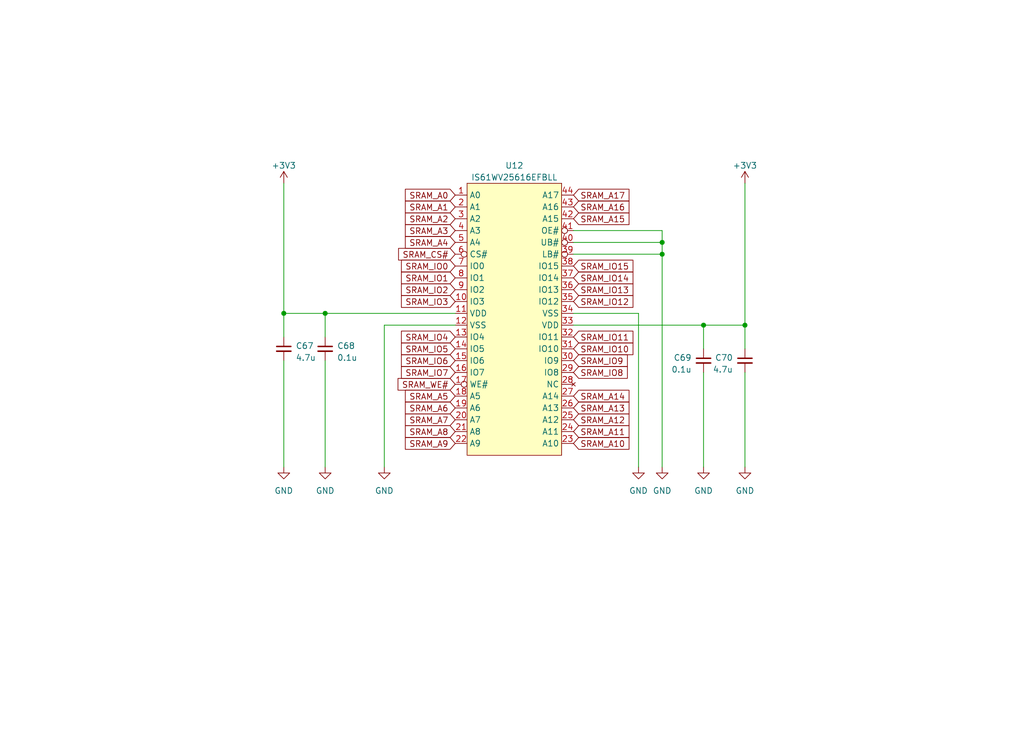
<source format=kicad_sch>
(kicad_sch (version 20210621) (generator eeschema)
  (paper "User" 219.989 159.995)
  (lib_symbols
    (symbol "Device:C_Small" (pin_numbers hide) (pin_names (offset 0.254) hide)
      (property "Reference" "C" (at 0.254 1.778 0))
      (property "Value" "C_Small" (at 0.254 -2.032 0))
      (symbol "C_Small_0_1"
        (polyline (pts (xy -1.524 -0.508) (xy 1.524 -0.508)) (stroke (width 0.3302)))
        (polyline (pts (xy -1.524 0.508) (xy 1.524 0.508)) (stroke (width 0.3048)))
      )
      (symbol "C_Small_1_1"
        (pin passive line (at 0 2.54 270) (length 2.032) (name "~") (number "1"))
        (pin passive line (at 0 -2.54 90) (length 2.032) (name "~") (number "2"))
      )
    )
    (symbol "is61wv25616efbll:IS61WV25616EFBLL"
      (property "Reference" "U" (at 0 33.02 0))
      (property "Value" "IS61WV25616EFBLL" (at 0 33.02 0))
      (symbol "IS61WV25616EFBLL_0_1"
        (rectangle (start -10.16 27.94) (end 10.16 -30.48) (stroke (width 0.1524)) (fill (type background)))
      )
      (symbol "IS61WV25616EFBLL_1_1"
        (pin input line (at -12.7 25.4 0) (length 2.54) (name "A0") (number "1"))
        (pin bidirectional line (at -12.7 2.54 0) (length 2.54) (name "IO3") (number "10"))
        (pin power_in line (at -12.7 0 0) (length 2.54) (name "VDD") (number "11"))
        (pin power_in line (at -12.7 -2.54 0) (length 2.54) (name "VSS") (number "12"))
        (pin bidirectional line (at -12.7 -5.08 0) (length 2.54) (name "IO4") (number "13"))
        (pin bidirectional line (at -12.7 -7.62 0) (length 2.54) (name "IO5") (number "14"))
        (pin bidirectional line (at -12.7 -10.16 0) (length 2.54) (name "IO6") (number "15"))
        (pin bidirectional line (at -12.7 -12.7 0) (length 2.54) (name "IO7") (number "16"))
        (pin input inverted (at -12.7 -15.24 0) (length 2.54) (name "WE#") (number "17"))
        (pin input line (at -12.7 -17.78 0) (length 2.54) (name "A5") (number "18"))
        (pin input line (at -12.7 -20.32 0) (length 2.54) (name "A6") (number "19"))
        (pin input line (at -12.7 22.86 0) (length 2.54) (name "A1") (number "2"))
        (pin input line (at -12.7 -22.86 0) (length 2.54) (name "A7") (number "20"))
        (pin input line (at -12.7 -25.4 0) (length 2.54) (name "A8") (number "21"))
        (pin input line (at -12.7 -27.94 0) (length 2.54) (name "A9") (number "22"))
        (pin input line (at 12.7 -27.94 180) (length 2.54) (name "A10") (number "23"))
        (pin input line (at 12.7 -25.4 180) (length 2.54) (name "A11") (number "24"))
        (pin input line (at 12.7 -22.86 180) (length 2.54) (name "A12") (number "25"))
        (pin input line (at 12.7 -20.32 180) (length 2.54) (name "A13") (number "26"))
        (pin input line (at 12.7 -17.78 180) (length 2.54) (name "A14") (number "27"))
        (pin no_connect line (at 12.7 -15.24 180) (length 2.54) (name "NC") (number "28"))
        (pin bidirectional line (at 12.7 -12.7 180) (length 2.54) (name "IO8") (number "29"))
        (pin input line (at -12.7 20.32 0) (length 2.54) (name "A2") (number "3"))
        (pin bidirectional line (at 12.7 -10.16 180) (length 2.54) (name "IO9") (number "30"))
        (pin bidirectional line (at 12.7 -7.62 180) (length 2.54) (name "IO10") (number "31"))
        (pin bidirectional line (at 12.7 -5.08 180) (length 2.54) (name "IO11") (number "32"))
        (pin power_in line (at 12.7 -2.54 180) (length 2.54) (name "VDD") (number "33"))
        (pin power_in line (at 12.7 0 180) (length 2.54) (name "VSS") (number "34"))
        (pin bidirectional line (at 12.7 2.54 180) (length 2.54) (name "IO12") (number "35"))
        (pin bidirectional line (at 12.7 5.08 180) (length 2.54) (name "IO13") (number "36"))
        (pin bidirectional line (at 12.7 7.62 180) (length 2.54) (name "IO14") (number "37"))
        (pin bidirectional line (at 12.7 10.16 180) (length 2.54) (name "IO15") (number "38"))
        (pin input inverted (at 12.7 12.7 180) (length 2.54) (name "LB#") (number "39"))
        (pin input line (at -12.7 17.78 0) (length 2.54) (name "A3") (number "4"))
        (pin input inverted (at 12.7 15.24 180) (length 2.54) (name "UB#") (number "40"))
        (pin input inverted (at 12.7 17.78 180) (length 2.54) (name "OE#") (number "41"))
        (pin input line (at 12.7 20.32 180) (length 2.54) (name "A15") (number "42"))
        (pin input line (at 12.7 22.86 180) (length 2.54) (name "A16") (number "43"))
        (pin input line (at 12.7 25.4 180) (length 2.54) (name "A17") (number "44"))
        (pin input line (at -12.7 15.24 0) (length 2.54) (name "A4") (number "5"))
        (pin input inverted (at -12.7 12.7 0) (length 2.54) (name "CS#") (number "6"))
        (pin bidirectional line (at -12.7 10.16 0) (length 2.54) (name "IO0") (number "7"))
        (pin bidirectional line (at -12.7 7.62 0) (length 2.54) (name "IO1") (number "8"))
        (pin bidirectional line (at -12.7 5.08 0) (length 2.54) (name "IO2") (number "9"))
      )
    )
    (symbol "power:+3V3" (power) (pin_names (offset 0))
      (property "Value" "+3V3" (at 0 3.556 0))
      (symbol "+3V3_0_1"
        (polyline (pts (xy -0.762 1.27) (xy 0 2.54)))
        (polyline (pts (xy 0 0) (xy 0 2.54)))
        (polyline (pts (xy 0 2.54) (xy 0.762 1.27)))
      )
      (symbol "+3V3_1_1"
        (pin power_in line (at 0 0 90) (length 0) hide (name "+3V3") (number "1"))
      )
    )
    (symbol "power:GND" (power) (pin_names (offset 0))
      (property "Value" "GND" (at 0 -3.81 0))
      (symbol "GND_0_1"
        (polyline (pts (xy 0 0) (xy 0 -1.27) (xy 1.27 -1.27) (xy 0 -2.54) (xy -1.27 -1.27) (xy 0 -1.27)))
      )
      (symbol "GND_1_1"
        (pin power_in line (at 0 0 270) (length 0) hide (name "GND") (number "1"))
      )
    )
  )
  (junction (at 60.96 67.31) (diameter 0.9144))
  (junction (at 69.85 67.31) (diameter 0.9144))
  (junction (at 142.24 52.07) (diameter 0.9144))
  (junction (at 142.24 54.61) (diameter 0.9144))
  (junction (at 151.13 69.85) (diameter 0.9144))
  (junction (at 160.02 69.85) (diameter 0.9144))
  (wire (pts (xy 60.96 39.37) (xy 60.96 67.31)))
  (wire (pts (xy 60.96 67.31) (xy 60.96 72.39)))
  (wire (pts (xy 60.96 67.31) (xy 69.85 67.31)))
  (wire (pts (xy 60.96 77.47) (xy 60.96 100.33)))
  (wire (pts (xy 69.85 67.31) (xy 69.85 72.39)))
  (wire (pts (xy 69.85 67.31) (xy 97.79 67.31)))
  (wire (pts (xy 69.85 77.47) (xy 69.85 100.33)))
  (wire (pts (xy 82.55 69.85) (xy 97.79 69.85)))
  (wire (pts (xy 82.55 100.33) (xy 82.55 69.85)))
  (wire (pts (xy 123.19 49.53) (xy 142.24 49.53)))
  (wire (pts (xy 123.19 54.61) (xy 142.24 54.61)))
  (wire (pts (xy 123.19 67.31) (xy 137.16 67.31)))
  (wire (pts (xy 123.19 69.85) (xy 151.13 69.85)))
  (wire (pts (xy 137.16 67.31) (xy 137.16 100.33)))
  (wire (pts (xy 142.24 49.53) (xy 142.24 52.07)))
  (wire (pts (xy 142.24 52.07) (xy 123.19 52.07)))
  (wire (pts (xy 142.24 54.61) (xy 142.24 52.07)))
  (wire (pts (xy 142.24 100.33) (xy 142.24 54.61)))
  (wire (pts (xy 151.13 69.85) (xy 151.13 74.93)))
  (wire (pts (xy 151.13 80.01) (xy 151.13 100.33)))
  (wire (pts (xy 160.02 39.37) (xy 160.02 69.85)))
  (wire (pts (xy 160.02 69.85) (xy 151.13 69.85)))
  (wire (pts (xy 160.02 69.85) (xy 160.02 74.93)))
  (wire (pts (xy 160.02 80.01) (xy 160.02 100.33)))
  (global_label "SRAM_A0" (shape input) (at 97.79 41.91 180) (property "Intersheet References" "${INTERSHEET_REFS}" (effects hide)))
  (global_label "SRAM_A1" (shape input) (at 97.79 44.45 180) (property "Intersheet References" "${INTERSHEET_REFS}" (effects hide)))
  (global_label "SRAM_A2" (shape input) (at 97.79 46.99 180) (property "Intersheet References" "${INTERSHEET_REFS}" (effects hide)))
  (global_label "SRAM_A3" (shape input) (at 97.79 49.53 180) (property "Intersheet References" "${INTERSHEET_REFS}" (effects hide)))
  (global_label "SRAM_A4" (shape input) (at 97.79 52.07 180) (property "Intersheet References" "${INTERSHEET_REFS}" (effects hide)))
  (global_label "SRAM_CS#" (shape input) (at 97.79 54.61 180) (property "Intersheet References" "${INTERSHEET_REFS}" (effects hide)))
  (global_label "SRAM_IO0" (shape input) (at 97.79 57.15 180) (property "Intersheet References" "${INTERSHEET_REFS}" (effects hide)))
  (global_label "SRAM_IO1" (shape input) (at 97.79 59.69 180) (property "Intersheet References" "${INTERSHEET_REFS}" (effects hide)))
  (global_label "SRAM_IO2" (shape input) (at 97.79 62.23 180) (property "Intersheet References" "${INTERSHEET_REFS}" (effects hide)))
  (global_label "SRAM_IO3" (shape input) (at 97.79 64.77 180) (property "Intersheet References" "${INTERSHEET_REFS}" (effects hide)))
  (global_label "SRAM_IO4" (shape input) (at 97.79 72.39 180) (property "Intersheet References" "${INTERSHEET_REFS}" (effects hide)))
  (global_label "SRAM_IO5" (shape input) (at 97.79 74.93 180) (property "Intersheet References" "${INTERSHEET_REFS}" (effects hide)))
  (global_label "SRAM_IO6" (shape input) (at 97.79 77.47 180) (property "Intersheet References" "${INTERSHEET_REFS}" (effects hide)))
  (global_label "SRAM_IO7" (shape input) (at 97.79 80.01 180) (property "Intersheet References" "${INTERSHEET_REFS}" (effects hide)))
  (global_label "SRAM_WE#" (shape input) (at 97.79 82.55 180) (property "Intersheet References" "${INTERSHEET_REFS}" (effects hide)))
  (global_label "SRAM_A5" (shape input) (at 97.79 85.09 180) (property "Intersheet References" "${INTERSHEET_REFS}" (effects hide)))
  (global_label "SRAM_A6" (shape input) (at 97.79 87.63 180) (property "Intersheet References" "${INTERSHEET_REFS}" (effects hide)))
  (global_label "SRAM_A7" (shape input) (at 97.79 90.17 180) (property "Intersheet References" "${INTERSHEET_REFS}" (effects hide)))
  (global_label "SRAM_A8" (shape input) (at 97.79 92.71 180) (property "Intersheet References" "${INTERSHEET_REFS}" (effects hide)))
  (global_label "SRAM_A9" (shape input) (at 97.79 95.25 180) (property "Intersheet References" "${INTERSHEET_REFS}" (effects hide)))
  (global_label "SRAM_A17" (shape input) (at 123.19 41.91 0) (property "Intersheet References" "${INTERSHEET_REFS}" (effects hide)))
  (global_label "SRAM_A16" (shape input) (at 123.19 44.45 0) (property "Intersheet References" "${INTERSHEET_REFS}" (effects hide)))
  (global_label "SRAM_A15" (shape input) (at 123.19 46.99 0) (property "Intersheet References" "${INTERSHEET_REFS}" (effects hide)))
  (global_label "SRAM_IO15" (shape input) (at 123.19 57.15 0) (property "Intersheet References" "${INTERSHEET_REFS}" (effects hide)))
  (global_label "SRAM_IO14" (shape input) (at 123.19 59.69 0) (property "Intersheet References" "${INTERSHEET_REFS}" (effects hide)))
  (global_label "SRAM_IO13" (shape input) (at 123.19 62.23 0) (property "Intersheet References" "${INTERSHEET_REFS}" (effects hide)))
  (global_label "SRAM_IO12" (shape input) (at 123.19 64.77 0) (property "Intersheet References" "${INTERSHEET_REFS}" (effects hide)))
  (global_label "SRAM_IO11" (shape input) (at 123.19 72.39 0) (property "Intersheet References" "${INTERSHEET_REFS}" (effects hide)))
  (global_label "SRAM_IO10" (shape input) (at 123.19 74.93 0) (property "Intersheet References" "${INTERSHEET_REFS}" (effects hide)))
  (global_label "SRAM_IO9" (shape input) (at 123.19 77.47 0) (property "Intersheet References" "${INTERSHEET_REFS}" (effects hide)))
  (global_label "SRAM_IO8" (shape input) (at 123.19 80.01 0) (property "Intersheet References" "${INTERSHEET_REFS}" (effects hide)))
  (global_label "SRAM_A14" (shape input) (at 123.19 85.09 0) (property "Intersheet References" "${INTERSHEET_REFS}" (effects hide)))
  (global_label "SRAM_A13" (shape input) (at 123.19 87.63 0) (property "Intersheet References" "${INTERSHEET_REFS}" (effects hide)))
  (global_label "SRAM_A12" (shape input) (at 123.19 90.17 0) (property "Intersheet References" "${INTERSHEET_REFS}" (effects hide)))
  (global_label "SRAM_A11" (shape input) (at 123.19 92.71 0) (property "Intersheet References" "${INTERSHEET_REFS}" (effects hide)))
  (global_label "SRAM_A10" (shape input) (at 123.19 95.25 0) (property "Intersheet References" "${INTERSHEET_REFS}" (effects hide)))
  (symbol (lib_id "power:+3V3") (at 60.96 39.37 0) (unit 1)
    (property "Reference" "#PWR0101" (effects hide))
    (property "Value" "+3V3" (at 60.96 35.56 0))
  )
  (symbol (lib_id "power:+3V3") (at 160.02 39.37 0) (mirror y) (unit 1)
    (property "Reference" "#PWR0102" (effects hide))
    (property "Value" "+3V3" (at 160.02 35.56 0))
  )
  (symbol (lib_id "power:GND") (at 60.96 100.33 0) (unit 1)
    (property "Reference" "#PWR0103" (effects hide))
    (property "Value" "GND" (at 60.96 105.41 0))
  )
  (symbol (lib_id "power:GND") (at 69.85 100.33 0) (unit 1)
    (property "Reference" "#PWR0126" (effects hide))
    (property "Value" "GND" (at 69.85 105.41 0))
  )
  (symbol (lib_id "power:GND") (at 82.55 100.33 0) (unit 1)
    (property "Reference" "#PWR0127" (effects hide))
    (property "Value" "GND" (at 82.55 105.41 0))
  )
  (symbol (lib_id "power:GND") (at 137.16 100.33 0) (unit 1)
    (property "Reference" "#PWR0128" (effects hide))
    (property "Value" "GND" (at 137.16 105.41 0))
  )
  (symbol (lib_id "power:GND") (at 142.24 100.33 0) (unit 1)
    (property "Reference" "#PWR0137" (effects hide))
    (property "Value" "GND" (at 142.24 105.41 0))
  )
  (symbol (lib_id "power:GND") (at 151.13 100.33 0) (mirror y) (unit 1)
    (property "Reference" "#PWR0129" (effects hide))
    (property "Value" "GND" (at 151.13 105.41 0))
  )
  (symbol (lib_id "power:GND") (at 160.02 100.33 0) (mirror y) (unit 1)
    (property "Reference" "#PWR0130" (effects hide))
    (property "Value" "GND" (at 160.02 105.41 0))
  )
  (symbol (lib_id "Device:C_Small") (at 60.96 74.93 0) (unit 1)
    (property "Reference" "C67" (at 63.5 74.2949 0) (effects (justify left)))
    (property "Value" "4.7u" (at 63.5 76.8349 0) (effects (justify left)))
    (property "Footprint" "Capacitor_SMD:CP_Elec_4x4.5" (effects hide))
  )
  (symbol (lib_id "Device:C_Small") (at 69.85 74.93 0) (unit 1)
    (property "Reference" "C68" (at 72.39 74.2949 0) (effects (justify left)))
    (property "Value" "0.1u" (at 72.39 76.8349 0) (effects (justify left)))
    (property "Footprint" "Capacitor_SMD:C_0402_1005Metric" (effects hide))
  )
  (symbol (lib_id "Device:C_Small") (at 151.13 77.47 0) (mirror y) (unit 1)
    (property "Reference" "C69" (at 148.59 76.8349 0) (effects (justify left)))
    (property "Value" "0.1u" (at 148.59 79.3749 0) (effects (justify left)))
    (property "Footprint" "Capacitor_SMD:C_0402_1005Metric" (effects hide))
  )
  (symbol (lib_id "Device:C_Small") (at 160.02 77.47 0) (mirror y) (unit 1)
    (property "Reference" "C70" (at 157.48 76.8349 0) (effects (justify left)))
    (property "Value" "4.7u" (at 157.48 79.3749 0) (effects (justify left)))
    (property "Footprint" "Capacitor_SMD:CP_Elec_4x4.5" (effects hide))
  )
  (symbol (lib_id "is61wv25616efbll:IS61WV25616EFBLL") (at 110.49 67.31 0) (unit 1)
    (property "Reference" "U12" (at 110.49 35.56 0))
    (property "Value" "IS61WV25616EFBLL" (at 110.49 38.1 0))
    (property "Footprint" "Package_SO:TSOP-II-44_10.16x18.41mm_P0.8mm" (effects hide))
  )
)
</source>
